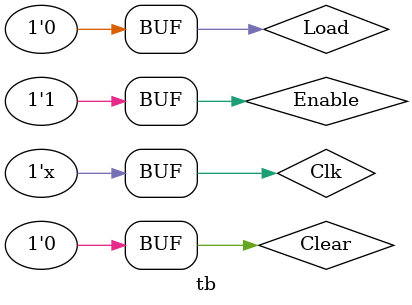
<source format=v>
`timescale 1ns / 1ps


module tb(

    );
        wire [3:0] Q;
        //reg cnt_done;
        reg Clk;
        reg Clear;
        reg Enable;
        reg Load;
       
     lab6_2_3 counter(Q,Clk,Clear,Enable,Load);
     initial begin
    // Q = 4'b0111; 
     Clk = 0;
     Enable = 0;
     Clear = 0;
     Load = 0;
    end
    always begin
        #5 Clk = ~Clk; 
    end
    initial begin
        #20 Enable = 1;
        #40 Clear = 1;
        #20 Clear = 0;
        #20 Load = 1;
        #10 Load = 0;
        #80 Enable = 0;
        #40 Enable = 1;
    end
endmodule

</source>
